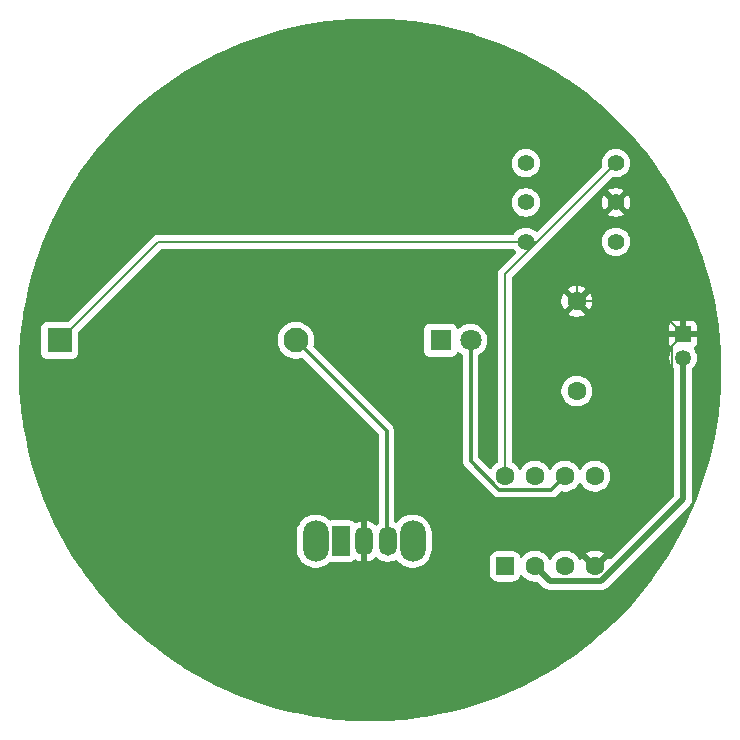
<source format=gbr>
%TF.GenerationSoftware,KiCad,Pcbnew,9.0.4*%
%TF.CreationDate,2025-08-28T14:40:31+05:30*%
%TF.ProjectId,new_1,6e65775f-312e-46b6-9963-61645f706362,rev?*%
%TF.SameCoordinates,Original*%
%TF.FileFunction,Copper,L1,Top*%
%TF.FilePolarity,Positive*%
%FSLAX46Y46*%
G04 Gerber Fmt 4.6, Leading zero omitted, Abs format (unit mm)*
G04 Created by KiCad (PCBNEW 9.0.4) date 2025-08-28 14:40:31*
%MOMM*%
%LPD*%
G01*
G04 APERTURE LIST*
G04 Aperture macros list*
%AMRoundRect*
0 Rectangle with rounded corners*
0 $1 Rounding radius*
0 $2 $3 $4 $5 $6 $7 $8 $9 X,Y pos of 4 corners*
0 Add a 4 corners polygon primitive as box body*
4,1,4,$2,$3,$4,$5,$6,$7,$8,$9,$2,$3,0*
0 Add four circle primitives for the rounded corners*
1,1,$1+$1,$2,$3*
1,1,$1+$1,$4,$5*
1,1,$1+$1,$6,$7*
1,1,$1+$1,$8,$9*
0 Add four rect primitives between the rounded corners*
20,1,$1+$1,$2,$3,$4,$5,0*
20,1,$1+$1,$4,$5,$6,$7,0*
20,1,$1+$1,$6,$7,$8,$9,0*
20,1,$1+$1,$8,$9,$2,$3,0*%
G04 Aperture macros list end*
%TA.AperFunction,ComponentPad*%
%ADD10C,1.400000*%
%TD*%
%TA.AperFunction,ComponentPad*%
%ADD11O,1.500000X2.500000*%
%TD*%
%TA.AperFunction,ComponentPad*%
%ADD12R,1.500000X2.500000*%
%TD*%
%TA.AperFunction,ComponentPad*%
%ADD13O,2.200000X3.500000*%
%TD*%
%TA.AperFunction,ComponentPad*%
%ADD14C,1.600000*%
%TD*%
%TA.AperFunction,ComponentPad*%
%ADD15R,2.100000X2.100000*%
%TD*%
%TA.AperFunction,ComponentPad*%
%ADD16C,2.100000*%
%TD*%
%TA.AperFunction,ComponentPad*%
%ADD17RoundRect,0.250000X0.550000X-0.550000X0.550000X0.550000X-0.550000X0.550000X-0.550000X-0.550000X0*%
%TD*%
%TA.AperFunction,ComponentPad*%
%ADD18R,1.800000X1.800000*%
%TD*%
%TA.AperFunction,ComponentPad*%
%ADD19C,1.800000*%
%TD*%
%TA.AperFunction,ComponentPad*%
%ADD20R,1.350000X1.350000*%
%TD*%
%TA.AperFunction,ComponentPad*%
%ADD21C,1.350000*%
%TD*%
%TA.AperFunction,Conductor*%
%ADD22C,0.200000*%
%TD*%
%TA.AperFunction,Conductor*%
%ADD23C,0.300000*%
%TD*%
%TA.AperFunction,Conductor*%
%ADD24C,0.500000*%
%TD*%
G04 APERTURE END LIST*
D10*
%TO.P,R1,2*%
%TO.N,+3.3V*%
X180310000Y-72500000D03*
%TO.P,R1,1*%
%TO.N,/LDR*%
X172690000Y-72500000D03*
%TD*%
D11*
%TO.P,SW2,3,C*%
%TO.N,Net-(BT2--)*%
X161000000Y-104500000D03*
%TO.P,SW2,2,B*%
%TO.N,GND*%
X159000000Y-104500000D03*
D12*
%TO.P,SW2,1,A*%
%TO.N,unconnected-(SW2-A-Pad1)*%
X157000000Y-104500000D03*
D13*
%TO.P,SW2,*%
%TO.N,*%
X163100000Y-104500000D03*
X154900000Y-104500000D03*
%TD*%
D14*
%TO.P,R4,1*%
%TO.N,/LDR*%
X177000000Y-91800000D03*
%TO.P,R4,2*%
%TO.N,GND*%
X177000000Y-84200000D03*
%TD*%
D15*
%TO.P,BT2,1,+*%
%TO.N,+3.3V*%
X133210914Y-87500000D03*
D16*
%TO.P,BT2,2,-*%
%TO.N,Net-(BT2--)*%
X153210914Y-87500000D03*
%TD*%
D10*
%TO.P,R3,1*%
%TO.N,+3.3V*%
X172690000Y-79150000D03*
%TO.P,R3,2*%
%TO.N,/MIC*%
X180310000Y-79150000D03*
%TD*%
D17*
%TO.P,U1,1,~{RESET}/PB5*%
%TO.N,unconnected-(U1-~{RESET}{slash}PB5-Pad1)*%
X170920000Y-106620000D03*
D14*
%TO.P,U1,2,XTAL1/PB3*%
%TO.N,/MIC*%
X173460000Y-106620000D03*
%TO.P,U1,3,XTAL2/PB4*%
%TO.N,unconnected-(U1-XTAL2{slash}PB4-Pad3)*%
X176000000Y-106620000D03*
%TO.P,U1,4,GND*%
%TO.N,GND*%
X178540000Y-106620000D03*
%TO.P,U1,5,AREF/PB0*%
%TO.N,unconnected-(U1-AREF{slash}PB0-Pad5)*%
X178540000Y-99000000D03*
%TO.P,U1,6,PB1*%
%TO.N,/<NO NET>*%
X176000000Y-99000000D03*
%TO.P,U1,7,PB2*%
%TO.N,/LDR*%
X173460000Y-99000000D03*
%TO.P,U1,8,VCC*%
%TO.N,+3.3V*%
X170920000Y-99000000D03*
%TD*%
D10*
%TO.P,R2,1*%
%TO.N,Net-(D2-K)*%
X172690000Y-75825000D03*
%TO.P,R2,2*%
%TO.N,GND*%
X180310000Y-75825000D03*
%TD*%
D18*
%TO.P,D2,1,K*%
%TO.N,Net-(D2-K)*%
X165460000Y-87500000D03*
D19*
%TO.P,D2,2,A*%
%TO.N,/<NO NET>*%
X168000000Y-87500000D03*
%TD*%
D20*
%TO.P,MK1,1,-*%
%TO.N,GND*%
X186000000Y-87000000D03*
D21*
%TO.P,MK1,2,+*%
%TO.N,/MIC*%
X186000000Y-89000000D03*
%TD*%
D22*
%TO.N,+3.3V*%
X141560914Y-79150000D02*
X172690000Y-79150000D01*
X133210914Y-87500000D02*
X141560914Y-79150000D01*
X173660000Y-79150000D02*
X180310000Y-72500000D01*
X170920000Y-81890000D02*
X170920000Y-99000000D01*
X172690000Y-79150000D02*
X173660000Y-79150000D01*
X180310000Y-72500000D02*
X170920000Y-81890000D01*
D23*
%TO.N,Net-(BT2--)*%
X160900000Y-104500000D02*
X160900000Y-95189086D01*
X160900000Y-95189086D02*
X153210914Y-87500000D01*
%TO.N,/<NO NET>*%
X176000000Y-99000000D02*
X174849000Y-100151000D01*
X174849000Y-100151000D02*
X170443240Y-100151000D01*
X170443240Y-100151000D02*
X168000000Y-97707760D01*
X168000000Y-97707760D02*
X168000000Y-87500000D01*
D24*
%TO.N,/MIC*%
X179058182Y-107871000D02*
X186000000Y-100929182D01*
X174711000Y-107871000D02*
X179058182Y-107871000D01*
X186000000Y-100929182D02*
X186000000Y-89000000D01*
X173460000Y-106620000D02*
X174711000Y-107871000D01*
D22*
%TO.N,GND*%
X185024000Y-100136000D02*
X178540000Y-106620000D01*
X185024000Y-87976000D02*
X185024000Y-100136000D01*
X177000000Y-84200000D02*
X177000000Y-79135000D01*
X177000000Y-84200000D02*
X183200000Y-84200000D01*
X186000000Y-87000000D02*
X185024000Y-87976000D01*
X177000000Y-79135000D02*
X180310000Y-75825000D01*
X183200000Y-84200000D02*
X186000000Y-87000000D01*
%TD*%
%TA.AperFunction,Conductor*%
%TO.N,GND*%
G36*
X160033210Y-60255317D02*
G01*
X161090114Y-60293065D01*
X161094527Y-60293301D01*
X162149441Y-60368751D01*
X162153747Y-60369136D01*
X163205352Y-60482195D01*
X163209708Y-60482742D01*
X164256533Y-60633253D01*
X164260876Y-60633956D01*
X165301696Y-60821741D01*
X165305996Y-60822597D01*
X166339417Y-61047404D01*
X166343700Y-61048416D01*
X167368455Y-61309969D01*
X167372672Y-61311126D01*
X168344521Y-61596487D01*
X168387442Y-61609090D01*
X168391669Y-61610413D01*
X169395124Y-61944395D01*
X169399226Y-61945841D01*
X170390202Y-62315457D01*
X170394282Y-62317062D01*
X170967752Y-62554601D01*
X171371375Y-62721788D01*
X171375433Y-62723555D01*
X172337399Y-63162870D01*
X172341393Y-63164780D01*
X173287130Y-63638182D01*
X173291052Y-63640234D01*
X174219248Y-64147067D01*
X174223094Y-64149257D01*
X175132636Y-64688913D01*
X175136377Y-64691224D01*
X176026064Y-65262991D01*
X176029744Y-65265450D01*
X176309375Y-65459601D01*
X176898489Y-65868630D01*
X176902015Y-65871172D01*
X177748699Y-66504992D01*
X177752167Y-66507686D01*
X178575649Y-67171290D01*
X178579046Y-67174129D01*
X179378305Y-67866691D01*
X179381598Y-67869649D01*
X180155639Y-68590306D01*
X180158824Y-68593380D01*
X180906619Y-69341175D01*
X180909693Y-69344360D01*
X181630350Y-70118401D01*
X181633308Y-70121694D01*
X182325870Y-70920953D01*
X182328709Y-70924350D01*
X182992313Y-71747832D01*
X182995013Y-71751308D01*
X183628819Y-72597974D01*
X183631383Y-72601529D01*
X184234549Y-73470255D01*
X184237008Y-73473935D01*
X184357218Y-73660986D01*
X184808759Y-74363596D01*
X184811086Y-74367363D01*
X185350742Y-75276905D01*
X185352932Y-75280751D01*
X185859765Y-76208947D01*
X185861817Y-76212869D01*
X186335219Y-77158606D01*
X186337129Y-77162600D01*
X186776444Y-78124566D01*
X186778211Y-78128624D01*
X187182929Y-79105698D01*
X187184550Y-79109817D01*
X187554145Y-80100737D01*
X187555615Y-80104908D01*
X187579530Y-80176759D01*
X187889586Y-81108333D01*
X187890909Y-81112557D01*
X188188866Y-82127301D01*
X188190037Y-82131570D01*
X188451580Y-83156287D01*
X188452598Y-83160595D01*
X188677398Y-84193983D01*
X188678262Y-84198324D01*
X188866040Y-85239110D01*
X188866748Y-85243480D01*
X189017254Y-86290273D01*
X189017806Y-86294665D01*
X189130858Y-87346201D01*
X189131252Y-87350610D01*
X189206697Y-88405468D01*
X189206934Y-88409888D01*
X189244682Y-89466789D01*
X189244761Y-89471215D01*
X189244761Y-90528784D01*
X189244682Y-90533210D01*
X189206934Y-91590111D01*
X189206697Y-91594531D01*
X189131252Y-92649389D01*
X189130858Y-92653798D01*
X189017806Y-93705334D01*
X189017254Y-93709726D01*
X188866748Y-94756519D01*
X188866040Y-94760889D01*
X188678262Y-95801675D01*
X188677398Y-95806016D01*
X188452598Y-96839404D01*
X188451580Y-96843712D01*
X188190037Y-97868429D01*
X188188866Y-97872698D01*
X187890909Y-98887442D01*
X187889586Y-98891666D01*
X187555617Y-99895087D01*
X187554145Y-99899262D01*
X187184550Y-100890182D01*
X187182929Y-100894301D01*
X186778211Y-101871375D01*
X186776444Y-101875433D01*
X186337129Y-102837399D01*
X186335219Y-102841393D01*
X185861817Y-103787130D01*
X185859765Y-103791052D01*
X185352932Y-104719248D01*
X185350742Y-104723094D01*
X184811086Y-105632636D01*
X184808759Y-105636403D01*
X184237008Y-106526064D01*
X184234549Y-106529744D01*
X183631383Y-107398470D01*
X183628800Y-107402052D01*
X183358815Y-107762710D01*
X182995028Y-108248672D01*
X182992313Y-108252167D01*
X182328709Y-109075649D01*
X182325870Y-109079046D01*
X181633308Y-109878305D01*
X181630350Y-109881598D01*
X180909693Y-110655639D01*
X180906619Y-110658824D01*
X180158824Y-111406619D01*
X180155639Y-111409693D01*
X179381598Y-112130350D01*
X179378305Y-112133308D01*
X178579046Y-112825870D01*
X178575649Y-112828709D01*
X177752167Y-113492313D01*
X177748672Y-113495028D01*
X176902061Y-114128794D01*
X176898470Y-114131383D01*
X176029744Y-114734549D01*
X176026064Y-114737008D01*
X175136403Y-115308759D01*
X175132636Y-115311086D01*
X174223094Y-115850742D01*
X174219248Y-115852932D01*
X173291052Y-116359765D01*
X173287130Y-116361817D01*
X172341393Y-116835219D01*
X172337399Y-116837129D01*
X171375433Y-117276444D01*
X171371375Y-117278211D01*
X170394301Y-117682929D01*
X170390182Y-117684550D01*
X169399262Y-118054145D01*
X169395087Y-118055617D01*
X168391666Y-118389586D01*
X168387442Y-118390909D01*
X167372698Y-118688866D01*
X167368429Y-118690037D01*
X166343712Y-118951580D01*
X166339404Y-118952598D01*
X165306016Y-119177398D01*
X165301675Y-119178262D01*
X164260889Y-119366040D01*
X164256519Y-119366748D01*
X163209726Y-119517254D01*
X163205334Y-119517806D01*
X162153798Y-119630858D01*
X162149389Y-119631252D01*
X161094531Y-119706697D01*
X161090111Y-119706934D01*
X160033211Y-119744682D01*
X160028785Y-119744761D01*
X158971215Y-119744761D01*
X158966789Y-119744682D01*
X157909888Y-119706934D01*
X157905468Y-119706697D01*
X156850610Y-119631252D01*
X156846201Y-119630858D01*
X155794665Y-119517806D01*
X155790273Y-119517254D01*
X154743480Y-119366748D01*
X154739110Y-119366040D01*
X153698324Y-119178262D01*
X153693983Y-119177398D01*
X152660595Y-118952598D01*
X152656287Y-118951580D01*
X151631570Y-118690037D01*
X151627301Y-118688866D01*
X150612557Y-118390909D01*
X150608333Y-118389586D01*
X149604912Y-118055617D01*
X149600737Y-118054145D01*
X148609817Y-117684550D01*
X148605698Y-117682929D01*
X147628624Y-117278211D01*
X147624566Y-117276444D01*
X146662600Y-116837129D01*
X146658606Y-116835219D01*
X145712869Y-116361817D01*
X145708947Y-116359765D01*
X144780751Y-115852932D01*
X144776905Y-115850742D01*
X143867363Y-115311086D01*
X143863596Y-115308759D01*
X143626488Y-115156379D01*
X142973935Y-114737008D01*
X142970255Y-114734549D01*
X142101529Y-114131383D01*
X142097974Y-114128819D01*
X141251308Y-113495013D01*
X141247832Y-113492313D01*
X140424350Y-112828709D01*
X140420953Y-112825870D01*
X139621694Y-112133308D01*
X139618401Y-112130350D01*
X138844360Y-111409693D01*
X138841175Y-111406619D01*
X138093380Y-110658824D01*
X138090306Y-110655639D01*
X137369649Y-109881598D01*
X137366691Y-109878305D01*
X136674129Y-109079046D01*
X136671290Y-109075649D01*
X136007686Y-108252167D01*
X136004992Y-108248699D01*
X135371172Y-107402015D01*
X135368630Y-107398489D01*
X134899180Y-106722352D01*
X134765450Y-106529744D01*
X134762991Y-106526064D01*
X134758366Y-106518867D01*
X134191224Y-105636377D01*
X134188913Y-105632636D01*
X133649257Y-104723094D01*
X133647067Y-104719248D01*
X133140234Y-103791052D01*
X133138184Y-103787133D01*
X133131947Y-103774674D01*
X133131946Y-103774671D01*
X133131945Y-103774670D01*
X132664780Y-102841392D01*
X132662870Y-102837399D01*
X132223555Y-101875433D01*
X132221788Y-101871375D01*
X131978769Y-101284677D01*
X131817062Y-100894282D01*
X131815449Y-100890182D01*
X131802426Y-100855265D01*
X131445841Y-99899226D01*
X131444395Y-99895124D01*
X131110413Y-98891666D01*
X131109090Y-98887442D01*
X130995554Y-98500776D01*
X130811126Y-97872672D01*
X130809969Y-97868455D01*
X130548416Y-96843700D01*
X130547401Y-96839404D01*
X130322597Y-95805996D01*
X130321737Y-95801675D01*
X130259827Y-95458532D01*
X130133956Y-94760876D01*
X130133251Y-94756519D01*
X129982745Y-93709726D01*
X129982193Y-93705334D01*
X129913724Y-93068477D01*
X129869136Y-92653747D01*
X129868751Y-92649441D01*
X129793301Y-91594527D01*
X129793065Y-91590111D01*
X129782731Y-91300776D01*
X129757517Y-90594780D01*
X129755318Y-90533210D01*
X129755239Y-90528784D01*
X129755239Y-89471215D01*
X129755318Y-89466789D01*
X129779406Y-88792328D01*
X129793065Y-88409882D01*
X129793302Y-88405468D01*
X129794844Y-88383904D01*
X129868752Y-87350553D01*
X129869135Y-87346257D01*
X129970639Y-86402135D01*
X131660414Y-86402135D01*
X131660414Y-88597870D01*
X131660415Y-88597876D01*
X131666822Y-88657483D01*
X131717116Y-88792328D01*
X131717120Y-88792335D01*
X131803366Y-88907544D01*
X131803369Y-88907547D01*
X131918578Y-88993793D01*
X131918585Y-88993797D01*
X132053431Y-89044091D01*
X132053430Y-89044091D01*
X132060358Y-89044835D01*
X132113041Y-89050500D01*
X134308786Y-89050499D01*
X134368397Y-89044091D01*
X134503245Y-88993796D01*
X134618460Y-88907546D01*
X134704710Y-88792331D01*
X134755005Y-88657483D01*
X134761414Y-88597873D01*
X134761413Y-87377973D01*
X151660414Y-87377973D01*
X151660414Y-87622026D01*
X151697067Y-87853445D01*
X151698593Y-87863076D01*
X151774010Y-88095185D01*
X151844752Y-88234025D01*
X151884810Y-88312642D01*
X152028253Y-88510076D01*
X152028257Y-88510081D01*
X152200832Y-88682656D01*
X152200837Y-88682660D01*
X152351793Y-88792335D01*
X152398275Y-88826106D01*
X152615729Y-88936904D01*
X152847838Y-89012321D01*
X153088887Y-89050500D01*
X153088888Y-89050500D01*
X153332940Y-89050500D01*
X153332941Y-89050500D01*
X153573990Y-89012321D01*
X153674789Y-88979568D01*
X153744629Y-88977574D01*
X153800787Y-89009819D01*
X160213181Y-95422213D01*
X160246666Y-95483536D01*
X160249500Y-95509894D01*
X160249500Y-102936385D01*
X160240466Y-102967150D01*
X160232921Y-102998327D01*
X160230532Y-103000981D01*
X160229815Y-103003424D01*
X160211118Y-103026082D01*
X160205104Y-103031822D01*
X160185354Y-103046172D01*
X160086340Y-103145185D01*
X160085263Y-103146214D01*
X160055451Y-103161602D01*
X160026002Y-103177683D01*
X160024508Y-103177576D01*
X160023178Y-103178263D01*
X159989800Y-103175094D01*
X159956311Y-103172699D01*
X159954878Y-103171778D01*
X159953621Y-103171659D01*
X159948799Y-103167871D01*
X159911964Y-103144198D01*
X159814321Y-103046555D01*
X159655143Y-102930904D01*
X159479835Y-102841581D01*
X159292705Y-102780778D01*
X159250000Y-102774014D01*
X159250000Y-104184314D01*
X159245606Y-104179920D01*
X159154394Y-104127259D01*
X159052661Y-104100000D01*
X158947339Y-104100000D01*
X158845606Y-104127259D01*
X158754394Y-104179920D01*
X158750000Y-104184314D01*
X158750000Y-102774014D01*
X158749999Y-102774014D01*
X158707294Y-102780778D01*
X158520164Y-102841581D01*
X158344855Y-102930905D01*
X158344848Y-102930910D01*
X158308684Y-102957184D01*
X158242877Y-102980663D01*
X158174824Y-102964837D01*
X158136534Y-102931177D01*
X158109267Y-102894753D01*
X158107546Y-102892454D01*
X158107544Y-102892453D01*
X158107544Y-102892452D01*
X157992335Y-102806206D01*
X157992328Y-102806202D01*
X157857482Y-102755908D01*
X157857483Y-102755908D01*
X157797883Y-102749501D01*
X157797881Y-102749500D01*
X157797873Y-102749500D01*
X157797864Y-102749500D01*
X156202129Y-102749500D01*
X156202123Y-102749501D01*
X156135443Y-102756669D01*
X156066683Y-102744262D01*
X156034509Y-102721060D01*
X155942654Y-102629205D01*
X155942649Y-102629201D01*
X155738848Y-102481132D01*
X155738847Y-102481131D01*
X155738845Y-102481130D01*
X155668747Y-102445413D01*
X155514383Y-102366760D01*
X155274785Y-102288910D01*
X155025962Y-102249500D01*
X154774038Y-102249500D01*
X154649626Y-102269205D01*
X154525214Y-102288910D01*
X154285616Y-102366760D01*
X154061151Y-102481132D01*
X153857350Y-102629201D01*
X153857345Y-102629205D01*
X153679205Y-102807345D01*
X153679201Y-102807350D01*
X153531132Y-103011151D01*
X153416760Y-103235616D01*
X153338910Y-103475214D01*
X153299500Y-103724038D01*
X153299500Y-105275961D01*
X153338910Y-105524785D01*
X153416760Y-105764383D01*
X153468767Y-105866451D01*
X153530851Y-105988298D01*
X153531132Y-105988848D01*
X153679201Y-106192649D01*
X153679205Y-106192654D01*
X153857345Y-106370794D01*
X153857350Y-106370798D01*
X153862300Y-106374394D01*
X154061155Y-106518870D01*
X154204184Y-106591747D01*
X154285616Y-106633239D01*
X154285618Y-106633239D01*
X154285621Y-106633241D01*
X154525215Y-106711090D01*
X154774038Y-106750500D01*
X154774039Y-106750500D01*
X155025961Y-106750500D01*
X155025962Y-106750500D01*
X155274785Y-106711090D01*
X155514379Y-106633241D01*
X155738845Y-106518870D01*
X155942656Y-106370793D01*
X156034511Y-106278937D01*
X156095831Y-106245454D01*
X156135445Y-106243330D01*
X156142514Y-106244089D01*
X156142517Y-106244091D01*
X156202127Y-106250500D01*
X157797872Y-106250499D01*
X157857483Y-106244091D01*
X157992331Y-106193796D01*
X158107546Y-106107546D01*
X158136535Y-106068821D01*
X158192467Y-106026952D01*
X158262158Y-106021968D01*
X158308686Y-106042816D01*
X158344856Y-106069095D01*
X158520162Y-106158418D01*
X158707283Y-106219218D01*
X158750000Y-106225984D01*
X158750000Y-104815686D01*
X158754394Y-104820080D01*
X158845606Y-104872741D01*
X158947339Y-104900000D01*
X159052661Y-104900000D01*
X159154394Y-104872741D01*
X159245606Y-104820080D01*
X159250000Y-104815686D01*
X159250000Y-106225983D01*
X159292716Y-106219218D01*
X159479837Y-106158418D01*
X159655143Y-106069095D01*
X159814321Y-105953444D01*
X159814322Y-105953443D01*
X159911965Y-105855801D01*
X159973288Y-105822316D01*
X160042980Y-105827300D01*
X160087327Y-105855801D01*
X160185354Y-105953828D01*
X160344595Y-106069524D01*
X160369917Y-106082426D01*
X160519970Y-106158882D01*
X160519972Y-106158882D01*
X160519975Y-106158884D01*
X160620317Y-106191487D01*
X160707173Y-106219709D01*
X160901578Y-106250500D01*
X160901583Y-106250500D01*
X161098422Y-106250500D01*
X161292826Y-106219709D01*
X161372574Y-106193797D01*
X161480025Y-106158884D01*
X161655405Y-106069524D01*
X161655409Y-106069520D01*
X161659087Y-106067647D01*
X161727756Y-106054751D01*
X161792497Y-106081027D01*
X161815699Y-106105245D01*
X161879207Y-106192656D01*
X161879209Y-106192658D01*
X162057345Y-106370794D01*
X162057350Y-106370798D01*
X162062300Y-106374394D01*
X162261155Y-106518870D01*
X162404184Y-106591747D01*
X162485616Y-106633239D01*
X162485618Y-106633239D01*
X162485621Y-106633241D01*
X162725215Y-106711090D01*
X162974038Y-106750500D01*
X162974039Y-106750500D01*
X163225961Y-106750500D01*
X163225962Y-106750500D01*
X163474785Y-106711090D01*
X163714379Y-106633241D01*
X163938845Y-106518870D01*
X164142656Y-106370793D01*
X164320793Y-106192656D01*
X164446247Y-106019983D01*
X169619500Y-106019983D01*
X169619500Y-107220001D01*
X169619501Y-107220018D01*
X169630000Y-107322796D01*
X169630001Y-107322799D01*
X169658045Y-107407429D01*
X169685186Y-107489334D01*
X169777288Y-107638656D01*
X169901344Y-107762712D01*
X170050666Y-107854814D01*
X170217203Y-107909999D01*
X170319991Y-107920500D01*
X171520008Y-107920499D01*
X171622797Y-107909999D01*
X171789334Y-107854814D01*
X171938656Y-107762712D01*
X172062712Y-107638656D01*
X172154814Y-107489334D01*
X172181955Y-107407427D01*
X172221726Y-107349984D01*
X172286242Y-107323161D01*
X172355018Y-107335476D01*
X172399977Y-107373547D01*
X172468034Y-107467219D01*
X172612786Y-107611971D01*
X172767749Y-107724556D01*
X172778390Y-107732287D01*
X172894607Y-107791503D01*
X172960776Y-107825218D01*
X172960778Y-107825218D01*
X172960781Y-107825220D01*
X173051856Y-107854812D01*
X173155465Y-107888477D01*
X173239564Y-107901797D01*
X173357648Y-107920500D01*
X173357649Y-107920500D01*
X173562350Y-107920500D01*
X173562352Y-107920500D01*
X173618027Y-107911681D01*
X173687319Y-107920635D01*
X173725106Y-107946473D01*
X174232580Y-108453948D01*
X174232584Y-108453951D01*
X174355498Y-108536080D01*
X174355511Y-108536087D01*
X174415085Y-108560763D01*
X174492087Y-108592658D01*
X174492091Y-108592658D01*
X174492092Y-108592659D01*
X174637079Y-108621500D01*
X174637082Y-108621500D01*
X179132102Y-108621500D01*
X179229644Y-108602096D01*
X179277095Y-108592658D01*
X179413677Y-108536084D01*
X179462911Y-108503186D01*
X179536598Y-108453952D01*
X186582951Y-101407598D01*
X186665084Y-101284677D01*
X186721658Y-101148095D01*
X186750500Y-101003100D01*
X186750500Y-100855265D01*
X186750500Y-89963270D01*
X186770185Y-89896231D01*
X186786819Y-89875589D01*
X186896621Y-89765787D01*
X187005378Y-89616096D01*
X187089379Y-89451235D01*
X187146555Y-89275264D01*
X187175500Y-89092514D01*
X187175500Y-88907486D01*
X187146555Y-88724736D01*
X187095708Y-88568243D01*
X187089380Y-88548767D01*
X187089379Y-88548764D01*
X187037970Y-88447870D01*
X187005378Y-88383904D01*
X186921159Y-88267987D01*
X186897680Y-88202183D01*
X186913505Y-88134129D01*
X186947167Y-88095836D01*
X187032190Y-88032186D01*
X187118350Y-87917093D01*
X187118354Y-87917086D01*
X187168596Y-87782379D01*
X187168598Y-87782372D01*
X187174999Y-87722844D01*
X187175000Y-87722827D01*
X187175000Y-87250000D01*
X186315686Y-87250000D01*
X186320080Y-87245606D01*
X186372741Y-87154394D01*
X186400000Y-87052661D01*
X186400000Y-86947339D01*
X186372741Y-86845606D01*
X186320080Y-86754394D01*
X186315686Y-86750000D01*
X187175000Y-86750000D01*
X187175000Y-86277172D01*
X187174999Y-86277155D01*
X187168598Y-86217627D01*
X187168596Y-86217620D01*
X187118354Y-86082913D01*
X187118350Y-86082906D01*
X187032190Y-85967812D01*
X187032187Y-85967809D01*
X186917093Y-85881649D01*
X186917086Y-85881645D01*
X186782379Y-85831403D01*
X186782372Y-85831401D01*
X186722844Y-85825000D01*
X186250000Y-85825000D01*
X186250000Y-86684314D01*
X186245606Y-86679920D01*
X186154394Y-86627259D01*
X186052661Y-86600000D01*
X185947339Y-86600000D01*
X185845606Y-86627259D01*
X185754394Y-86679920D01*
X185750000Y-86684314D01*
X185750000Y-85825000D01*
X185277155Y-85825000D01*
X185217627Y-85831401D01*
X185217620Y-85831403D01*
X185082913Y-85881645D01*
X185082906Y-85881649D01*
X184967812Y-85967809D01*
X184967809Y-85967812D01*
X184881649Y-86082906D01*
X184881645Y-86082913D01*
X184831403Y-86217620D01*
X184831401Y-86217627D01*
X184825000Y-86277155D01*
X184825000Y-86750000D01*
X185684314Y-86750000D01*
X185679920Y-86754394D01*
X185627259Y-86845606D01*
X185600000Y-86947339D01*
X185600000Y-87052661D01*
X185627259Y-87154394D01*
X185679920Y-87245606D01*
X185684314Y-87250000D01*
X184825000Y-87250000D01*
X184825000Y-87722844D01*
X184831401Y-87782372D01*
X184831403Y-87782379D01*
X184881645Y-87917086D01*
X184881649Y-87917093D01*
X184967809Y-88032186D01*
X185052832Y-88095835D01*
X185094703Y-88151769D01*
X185099687Y-88221461D01*
X185078839Y-88267987D01*
X184994624Y-88383900D01*
X184910620Y-88548764D01*
X184910619Y-88548767D01*
X184853445Y-88724734D01*
X184824500Y-88907486D01*
X184824500Y-89092513D01*
X184853445Y-89275265D01*
X184910619Y-89451232D01*
X184910620Y-89451235D01*
X184994622Y-89616096D01*
X185103379Y-89765787D01*
X185103381Y-89765789D01*
X185213181Y-89875589D01*
X185246666Y-89936912D01*
X185249500Y-89963270D01*
X185249500Y-100566951D01*
X185229815Y-100633990D01*
X185213181Y-100654632D01*
X179866143Y-106001669D01*
X179804820Y-106035154D01*
X179735128Y-106030170D01*
X179679195Y-105988298D01*
X179667977Y-105970282D01*
X179651861Y-105938652D01*
X179619474Y-105894077D01*
X179619474Y-105894076D01*
X178940000Y-106573551D01*
X178940000Y-106567339D01*
X178912741Y-106465606D01*
X178860080Y-106374394D01*
X178785606Y-106299920D01*
X178694394Y-106247259D01*
X178592661Y-106220000D01*
X178586446Y-106220000D01*
X179265922Y-105540524D01*
X179265921Y-105540523D01*
X179221359Y-105508147D01*
X179221350Y-105508141D01*
X179039031Y-105415244D01*
X178844417Y-105352009D01*
X178642317Y-105320000D01*
X178437683Y-105320000D01*
X178235582Y-105352009D01*
X178040968Y-105415244D01*
X177858644Y-105508143D01*
X177814077Y-105540523D01*
X177814077Y-105540524D01*
X178493554Y-106220000D01*
X178487339Y-106220000D01*
X178385606Y-106247259D01*
X178294394Y-106299920D01*
X178219920Y-106374394D01*
X178167259Y-106465606D01*
X178140000Y-106567339D01*
X178140000Y-106573553D01*
X177460524Y-105894077D01*
X177460523Y-105894077D01*
X177428143Y-105938644D01*
X177380765Y-106031630D01*
X177332790Y-106082426D01*
X177264969Y-106099221D01*
X177198834Y-106076683D01*
X177159795Y-106031630D01*
X177159051Y-106030170D01*
X177112287Y-105938390D01*
X177112285Y-105938387D01*
X177112284Y-105938385D01*
X176991971Y-105772786D01*
X176847213Y-105628028D01*
X176681613Y-105507715D01*
X176681612Y-105507714D01*
X176681610Y-105507713D01*
X176621898Y-105477288D01*
X176499223Y-105414781D01*
X176304534Y-105351522D01*
X176129995Y-105323878D01*
X176102352Y-105319500D01*
X175897648Y-105319500D01*
X175873329Y-105323351D01*
X175695465Y-105351522D01*
X175500776Y-105414781D01*
X175318386Y-105507715D01*
X175152786Y-105628028D01*
X175008028Y-105772786D01*
X174887715Y-105938386D01*
X174840485Y-106031080D01*
X174792510Y-106081876D01*
X174724689Y-106098671D01*
X174658554Y-106076134D01*
X174619515Y-106031080D01*
X174613861Y-106019983D01*
X174572287Y-105938390D01*
X174540092Y-105894077D01*
X174451971Y-105772786D01*
X174307213Y-105628028D01*
X174141613Y-105507715D01*
X174141612Y-105507714D01*
X174141610Y-105507713D01*
X174081898Y-105477288D01*
X173959223Y-105414781D01*
X173764534Y-105351522D01*
X173589995Y-105323878D01*
X173562352Y-105319500D01*
X173357648Y-105319500D01*
X173333329Y-105323351D01*
X173155465Y-105351522D01*
X172960776Y-105414781D01*
X172778386Y-105507715D01*
X172612786Y-105628028D01*
X172468032Y-105772782D01*
X172468028Y-105772787D01*
X172399978Y-105866451D01*
X172344648Y-105909117D01*
X172275035Y-105915096D01*
X172213240Y-105882490D01*
X172181954Y-105832570D01*
X172180208Y-105827300D01*
X172154814Y-105750666D01*
X172062712Y-105601344D01*
X171938656Y-105477288D01*
X171789334Y-105385186D01*
X171622797Y-105330001D01*
X171622795Y-105330000D01*
X171520010Y-105319500D01*
X170319998Y-105319500D01*
X170319981Y-105319501D01*
X170217203Y-105330000D01*
X170217200Y-105330001D01*
X170050668Y-105385185D01*
X170050663Y-105385187D01*
X169901342Y-105477289D01*
X169777289Y-105601342D01*
X169685187Y-105750663D01*
X169685185Y-105750668D01*
X169677858Y-105772781D01*
X169630001Y-105917203D01*
X169630001Y-105917204D01*
X169630000Y-105917204D01*
X169619500Y-106019983D01*
X164446247Y-106019983D01*
X164468870Y-105988845D01*
X164583241Y-105764379D01*
X164661090Y-105524785D01*
X164700500Y-105275962D01*
X164700500Y-103724038D01*
X164661090Y-103475215D01*
X164583241Y-103235621D01*
X164583239Y-103235618D01*
X164583239Y-103235616D01*
X164492605Y-103057738D01*
X164468870Y-103011155D01*
X164410565Y-102930905D01*
X164320798Y-102807350D01*
X164320794Y-102807345D01*
X164142654Y-102629205D01*
X164142649Y-102629201D01*
X163938848Y-102481132D01*
X163938847Y-102481131D01*
X163938845Y-102481130D01*
X163868747Y-102445413D01*
X163714383Y-102366760D01*
X163474785Y-102288910D01*
X163225962Y-102249500D01*
X162974038Y-102249500D01*
X162849626Y-102269205D01*
X162725214Y-102288910D01*
X162485616Y-102366760D01*
X162261151Y-102481132D01*
X162057350Y-102629201D01*
X162057345Y-102629205D01*
X161879209Y-102807341D01*
X161879202Y-102807350D01*
X161815699Y-102894753D01*
X161788708Y-102915565D01*
X161762014Y-102936764D01*
X161761099Y-102936855D01*
X161760369Y-102937419D01*
X161726366Y-102940338D01*
X161692493Y-102943736D01*
X161691348Y-102943346D01*
X161690756Y-102943397D01*
X161659086Y-102932351D01*
X161618204Y-102911520D01*
X161567408Y-102863545D01*
X161550500Y-102801036D01*
X161550500Y-95125014D01*
X161525502Y-94999347D01*
X161525501Y-94999346D01*
X161525501Y-94999342D01*
X161476465Y-94880959D01*
X161405277Y-94774417D01*
X161405275Y-94774415D01*
X161405273Y-94774412D01*
X161405272Y-94774411D01*
X154720733Y-88089873D01*
X154687248Y-88028550D01*
X154690482Y-87963875D01*
X154723235Y-87863076D01*
X154761414Y-87622027D01*
X154761414Y-87377973D01*
X154723235Y-87136924D01*
X154647818Y-86904815D01*
X154537020Y-86687361D01*
X154518693Y-86662136D01*
X154393574Y-86489923D01*
X154393570Y-86489918D01*
X154220995Y-86317343D01*
X154220990Y-86317339D01*
X154023556Y-86173896D01*
X154023555Y-86173895D01*
X154023553Y-86173894D01*
X153806099Y-86063096D01*
X153573990Y-85987679D01*
X153573988Y-85987678D01*
X153573986Y-85987678D01*
X153373405Y-85955909D01*
X153332941Y-85949500D01*
X153088887Y-85949500D01*
X153048429Y-85955908D01*
X152847841Y-85987678D01*
X152615726Y-86063097D01*
X152398271Y-86173896D01*
X152200837Y-86317339D01*
X152200832Y-86317343D01*
X152028257Y-86489918D01*
X152028253Y-86489923D01*
X151884810Y-86687357D01*
X151774011Y-86904812D01*
X151698592Y-87136927D01*
X151660414Y-87377973D01*
X134761413Y-87377973D01*
X134761413Y-86850095D01*
X134781098Y-86783057D01*
X134797727Y-86762420D01*
X141773330Y-79786819D01*
X141834653Y-79753334D01*
X141861011Y-79750500D01*
X171579208Y-79750500D01*
X171581806Y-79751262D01*
X171584435Y-79750610D01*
X171615149Y-79761053D01*
X171646247Y-79770185D01*
X171648804Y-79772497D01*
X171650586Y-79773103D01*
X171662975Y-79785309D01*
X171676261Y-79797320D01*
X171677936Y-79799427D01*
X171774310Y-79932073D01*
X171818806Y-79976569D01*
X171823191Y-79982083D01*
X171833804Y-80008183D01*
X171847304Y-80032905D01*
X171846788Y-80040111D01*
X171849511Y-80046806D01*
X171844329Y-80074499D01*
X171842320Y-80102597D01*
X171837738Y-80109725D01*
X171836661Y-80115484D01*
X171828427Y-80124213D01*
X171813819Y-80146944D01*
X170551286Y-81409478D01*
X170439481Y-81521282D01*
X170439479Y-81521285D01*
X170389361Y-81608094D01*
X170389359Y-81608096D01*
X170360425Y-81658209D01*
X170360424Y-81658210D01*
X170360423Y-81658215D01*
X170319499Y-81810943D01*
X170319499Y-81810945D01*
X170319499Y-81979046D01*
X170319500Y-81979059D01*
X170319500Y-97770397D01*
X170299815Y-97837436D01*
X170251800Y-97880879D01*
X170238389Y-97887712D01*
X170072786Y-98008028D01*
X169928028Y-98152786D01*
X169807713Y-98318388D01*
X169791650Y-98349914D01*
X169743676Y-98400709D01*
X169675854Y-98417504D01*
X169609720Y-98394966D01*
X169593485Y-98381299D01*
X168686819Y-97474633D01*
X168653334Y-97413310D01*
X168650500Y-97386952D01*
X168650500Y-88816359D01*
X168670185Y-88749320D01*
X168718205Y-88705874D01*
X168734022Y-88697815D01*
X168912365Y-88568242D01*
X169068242Y-88412365D01*
X169197815Y-88234022D01*
X169297895Y-88037606D01*
X169366015Y-87827951D01*
X169400500Y-87610222D01*
X169400500Y-87389778D01*
X169366015Y-87172049D01*
X169297895Y-86962394D01*
X169297895Y-86962393D01*
X169263237Y-86894375D01*
X169197815Y-86765978D01*
X169135291Y-86679920D01*
X169068247Y-86587641D01*
X169068243Y-86587636D01*
X168912363Y-86431756D01*
X168912358Y-86431752D01*
X168734025Y-86302187D01*
X168734024Y-86302186D01*
X168734022Y-86302185D01*
X168616791Y-86242452D01*
X168537606Y-86202104D01*
X168537603Y-86202103D01*
X168327952Y-86133985D01*
X168219086Y-86116742D01*
X168110222Y-86099500D01*
X167889778Y-86099500D01*
X167817201Y-86110995D01*
X167672047Y-86133985D01*
X167462396Y-86202103D01*
X167462393Y-86202104D01*
X167265974Y-86302187D01*
X167087641Y-86431752D01*
X167087636Y-86431756D01*
X167037463Y-86481929D01*
X166976140Y-86515413D01*
X166906448Y-86510428D01*
X166850515Y-86468557D01*
X166833601Y-86437580D01*
X166803797Y-86357671D01*
X166803793Y-86357664D01*
X166717547Y-86242455D01*
X166717544Y-86242452D01*
X166602335Y-86156206D01*
X166602328Y-86156202D01*
X166467482Y-86105908D01*
X166467483Y-86105908D01*
X166407883Y-86099501D01*
X166407881Y-86099500D01*
X166407873Y-86099500D01*
X166407864Y-86099500D01*
X164512129Y-86099500D01*
X164512123Y-86099501D01*
X164452516Y-86105908D01*
X164317671Y-86156202D01*
X164317664Y-86156206D01*
X164202455Y-86242452D01*
X164202452Y-86242455D01*
X164116206Y-86357664D01*
X164116202Y-86357671D01*
X164065908Y-86492517D01*
X164059501Y-86552116D01*
X164059500Y-86552135D01*
X164059500Y-88447870D01*
X164059501Y-88447876D01*
X164065908Y-88507483D01*
X164116202Y-88642328D01*
X164116206Y-88642335D01*
X164202452Y-88757544D01*
X164202455Y-88757547D01*
X164317664Y-88843793D01*
X164317671Y-88843797D01*
X164452517Y-88894091D01*
X164452516Y-88894091D01*
X164459444Y-88894835D01*
X164512127Y-88900500D01*
X166407872Y-88900499D01*
X166467483Y-88894091D01*
X166602331Y-88843796D01*
X166717546Y-88757546D01*
X166803796Y-88642331D01*
X166831429Y-88568243D01*
X166833601Y-88562420D01*
X166875471Y-88506486D01*
X166940936Y-88482068D01*
X167009209Y-88496919D01*
X167037464Y-88518071D01*
X167087636Y-88568243D01*
X167087641Y-88568247D01*
X167265973Y-88697812D01*
X167265975Y-88697813D01*
X167265978Y-88697815D01*
X167281795Y-88705874D01*
X167332591Y-88753848D01*
X167349500Y-88816359D01*
X167349500Y-97771831D01*
X167368716Y-97868429D01*
X167369143Y-97870578D01*
X167372552Y-97887715D01*
X167374499Y-97897504D01*
X167423534Y-98015885D01*
X167494726Y-98122433D01*
X167494727Y-98122434D01*
X169937964Y-100565669D01*
X169990609Y-100618314D01*
X170028572Y-100656277D01*
X170135106Y-100727461D01*
X170135112Y-100727464D01*
X170135113Y-100727465D01*
X170253496Y-100776501D01*
X170253500Y-100776501D01*
X170253501Y-100776502D01*
X170379168Y-100801500D01*
X170379171Y-100801500D01*
X174913071Y-100801500D01*
X174997615Y-100784682D01*
X175038744Y-100776501D01*
X175157127Y-100727465D01*
X175263669Y-100656277D01*
X175612808Y-100307136D01*
X175674131Y-100273652D01*
X175719887Y-100272345D01*
X175897648Y-100300500D01*
X175897649Y-100300500D01*
X176102351Y-100300500D01*
X176102352Y-100300500D01*
X176304534Y-100268477D01*
X176499219Y-100205220D01*
X176681610Y-100112287D01*
X176774590Y-100044732D01*
X176847213Y-99991971D01*
X176847215Y-99991968D01*
X176847219Y-99991966D01*
X176991966Y-99847219D01*
X176991968Y-99847215D01*
X176991971Y-99847213D01*
X177112284Y-99681614D01*
X177112285Y-99681613D01*
X177112287Y-99681610D01*
X177159516Y-99588917D01*
X177207489Y-99538123D01*
X177275310Y-99521328D01*
X177341445Y-99543865D01*
X177380485Y-99588919D01*
X177427715Y-99681614D01*
X177548028Y-99847213D01*
X177692786Y-99991971D01*
X177793976Y-100065488D01*
X177858390Y-100112287D01*
X177974607Y-100171503D01*
X178040776Y-100205218D01*
X178040778Y-100205218D01*
X178040781Y-100205220D01*
X178145137Y-100239127D01*
X178235465Y-100268477D01*
X178336557Y-100284488D01*
X178437648Y-100300500D01*
X178437649Y-100300500D01*
X178642351Y-100300500D01*
X178642352Y-100300500D01*
X178844534Y-100268477D01*
X179039219Y-100205220D01*
X179221610Y-100112287D01*
X179314590Y-100044732D01*
X179387213Y-99991971D01*
X179387215Y-99991968D01*
X179387219Y-99991966D01*
X179531966Y-99847219D01*
X179531968Y-99847215D01*
X179531971Y-99847213D01*
X179584732Y-99774590D01*
X179652287Y-99681610D01*
X179745220Y-99499219D01*
X179808477Y-99304534D01*
X179840500Y-99102352D01*
X179840500Y-98897648D01*
X179808477Y-98695466D01*
X179745220Y-98500781D01*
X179745218Y-98500778D01*
X179745218Y-98500776D01*
X179699515Y-98411080D01*
X179652287Y-98318390D01*
X179644556Y-98307749D01*
X179531971Y-98152786D01*
X179387213Y-98008028D01*
X179221613Y-97887715D01*
X179221612Y-97887714D01*
X179221610Y-97887713D01*
X179164653Y-97858691D01*
X179039223Y-97794781D01*
X178844534Y-97731522D01*
X178669995Y-97703878D01*
X178642352Y-97699500D01*
X178437648Y-97699500D01*
X178413329Y-97703351D01*
X178235465Y-97731522D01*
X178040776Y-97794781D01*
X177858386Y-97887715D01*
X177692786Y-98008028D01*
X177548028Y-98152786D01*
X177427715Y-98318386D01*
X177380485Y-98411080D01*
X177332510Y-98461876D01*
X177264689Y-98478671D01*
X177198554Y-98456134D01*
X177159515Y-98411080D01*
X177151304Y-98394966D01*
X177112287Y-98318390D01*
X177104556Y-98307749D01*
X176991971Y-98152786D01*
X176847213Y-98008028D01*
X176681613Y-97887715D01*
X176681612Y-97887714D01*
X176681610Y-97887713D01*
X176624653Y-97858691D01*
X176499223Y-97794781D01*
X176304534Y-97731522D01*
X176129995Y-97703878D01*
X176102352Y-97699500D01*
X175897648Y-97699500D01*
X175873329Y-97703351D01*
X175695465Y-97731522D01*
X175500776Y-97794781D01*
X175318386Y-97887715D01*
X175152786Y-98008028D01*
X175008028Y-98152786D01*
X174887715Y-98318386D01*
X174840485Y-98411080D01*
X174792510Y-98461876D01*
X174724689Y-98478671D01*
X174658554Y-98456134D01*
X174619515Y-98411080D01*
X174611304Y-98394966D01*
X174572287Y-98318390D01*
X174564556Y-98307749D01*
X174451971Y-98152786D01*
X174307213Y-98008028D01*
X174141613Y-97887715D01*
X174141612Y-97887714D01*
X174141610Y-97887713D01*
X174084653Y-97858691D01*
X173959223Y-97794781D01*
X173764534Y-97731522D01*
X173589995Y-97703878D01*
X173562352Y-97699500D01*
X173357648Y-97699500D01*
X173333329Y-97703351D01*
X173155465Y-97731522D01*
X172960776Y-97794781D01*
X172778386Y-97887715D01*
X172612786Y-98008028D01*
X172468028Y-98152786D01*
X172347715Y-98318386D01*
X172300485Y-98411080D01*
X172252510Y-98461876D01*
X172184689Y-98478671D01*
X172118554Y-98456134D01*
X172079515Y-98411080D01*
X172071304Y-98394966D01*
X172032287Y-98318390D01*
X172024556Y-98307749D01*
X171911971Y-98152786D01*
X171767213Y-98008028D01*
X171601610Y-97887712D01*
X171588200Y-97880879D01*
X171537406Y-97832903D01*
X171520500Y-97770397D01*
X171520500Y-91697648D01*
X175699500Y-91697648D01*
X175699500Y-91902351D01*
X175731522Y-92104534D01*
X175794781Y-92299223D01*
X175887715Y-92481613D01*
X176008028Y-92647213D01*
X176152786Y-92791971D01*
X176307749Y-92904556D01*
X176318390Y-92912287D01*
X176434607Y-92971503D01*
X176500776Y-93005218D01*
X176500778Y-93005218D01*
X176500781Y-93005220D01*
X176605137Y-93039127D01*
X176695465Y-93068477D01*
X176796557Y-93084488D01*
X176897648Y-93100500D01*
X176897649Y-93100500D01*
X177102351Y-93100500D01*
X177102352Y-93100500D01*
X177304534Y-93068477D01*
X177499219Y-93005220D01*
X177681610Y-92912287D01*
X177774590Y-92844732D01*
X177847213Y-92791971D01*
X177847215Y-92791968D01*
X177847219Y-92791966D01*
X177991966Y-92647219D01*
X177991968Y-92647215D01*
X177991971Y-92647213D01*
X178044732Y-92574590D01*
X178112287Y-92481610D01*
X178205220Y-92299219D01*
X178268477Y-92104534D01*
X178300500Y-91902352D01*
X178300500Y-91697648D01*
X178268477Y-91495466D01*
X178205220Y-91300781D01*
X178205218Y-91300778D01*
X178205218Y-91300776D01*
X178171503Y-91234607D01*
X178112287Y-91118390D01*
X178104556Y-91107749D01*
X177991971Y-90952786D01*
X177847213Y-90808028D01*
X177681613Y-90687715D01*
X177681612Y-90687714D01*
X177681610Y-90687713D01*
X177624653Y-90658691D01*
X177499223Y-90594781D01*
X177304534Y-90531522D01*
X177129995Y-90503878D01*
X177102352Y-90499500D01*
X176897648Y-90499500D01*
X176873329Y-90503351D01*
X176695465Y-90531522D01*
X176500776Y-90594781D01*
X176318386Y-90687715D01*
X176152786Y-90808028D01*
X176008028Y-90952786D01*
X175887715Y-91118386D01*
X175794781Y-91300776D01*
X175731522Y-91495465D01*
X175699500Y-91697648D01*
X171520500Y-91697648D01*
X171520500Y-84097682D01*
X175700000Y-84097682D01*
X175700000Y-84302317D01*
X175732009Y-84504417D01*
X175795244Y-84699031D01*
X175888141Y-84881350D01*
X175888147Y-84881359D01*
X175920523Y-84925921D01*
X175920524Y-84925922D01*
X176600000Y-84246446D01*
X176600000Y-84252661D01*
X176627259Y-84354394D01*
X176679920Y-84445606D01*
X176754394Y-84520080D01*
X176845606Y-84572741D01*
X176947339Y-84600000D01*
X176953553Y-84600000D01*
X176274076Y-85279474D01*
X176318650Y-85311859D01*
X176500968Y-85404755D01*
X176695582Y-85467990D01*
X176897683Y-85500000D01*
X177102317Y-85500000D01*
X177304417Y-85467990D01*
X177499031Y-85404755D01*
X177681349Y-85311859D01*
X177725921Y-85279474D01*
X177046447Y-84600000D01*
X177052661Y-84600000D01*
X177154394Y-84572741D01*
X177245606Y-84520080D01*
X177320080Y-84445606D01*
X177372741Y-84354394D01*
X177400000Y-84252661D01*
X177400000Y-84246448D01*
X178079474Y-84925922D01*
X178079474Y-84925921D01*
X178111859Y-84881349D01*
X178204755Y-84699031D01*
X178267990Y-84504417D01*
X178300000Y-84302317D01*
X178300000Y-84097682D01*
X178267990Y-83895582D01*
X178204755Y-83700968D01*
X178111859Y-83518650D01*
X178079474Y-83474077D01*
X178079474Y-83474076D01*
X177400000Y-84153551D01*
X177400000Y-84147339D01*
X177372741Y-84045606D01*
X177320080Y-83954394D01*
X177245606Y-83879920D01*
X177154394Y-83827259D01*
X177052661Y-83800000D01*
X177046446Y-83800000D01*
X177725922Y-83120524D01*
X177725921Y-83120523D01*
X177681359Y-83088147D01*
X177681350Y-83088141D01*
X177499031Y-82995244D01*
X177304417Y-82932009D01*
X177102317Y-82900000D01*
X176897683Y-82900000D01*
X176695582Y-82932009D01*
X176500968Y-82995244D01*
X176318644Y-83088143D01*
X176274077Y-83120523D01*
X176274077Y-83120524D01*
X176953554Y-83800000D01*
X176947339Y-83800000D01*
X176845606Y-83827259D01*
X176754394Y-83879920D01*
X176679920Y-83954394D01*
X176627259Y-84045606D01*
X176600000Y-84147339D01*
X176600000Y-84153553D01*
X175920524Y-83474077D01*
X175920523Y-83474077D01*
X175888143Y-83518644D01*
X175795244Y-83700968D01*
X175732009Y-83895582D01*
X175700000Y-84097682D01*
X171520500Y-84097682D01*
X171520500Y-82190096D01*
X171540185Y-82123057D01*
X171556814Y-82102420D01*
X174028713Y-79630521D01*
X174028716Y-79630520D01*
X174140520Y-79518716D01*
X174140521Y-79518713D01*
X174603721Y-79055513D01*
X179109500Y-79055513D01*
X179109500Y-79244486D01*
X179139059Y-79431118D01*
X179197454Y-79610836D01*
X179268617Y-79750500D01*
X179283240Y-79779199D01*
X179394310Y-79932073D01*
X179527927Y-80065690D01*
X179680801Y-80176760D01*
X179760347Y-80217290D01*
X179849163Y-80262545D01*
X179849165Y-80262545D01*
X179849168Y-80262547D01*
X179945497Y-80293846D01*
X180028881Y-80320940D01*
X180215514Y-80350500D01*
X180215519Y-80350500D01*
X180404486Y-80350500D01*
X180591118Y-80320940D01*
X180770832Y-80262547D01*
X180939199Y-80176760D01*
X181092073Y-80065690D01*
X181225690Y-79932073D01*
X181336760Y-79779199D01*
X181422547Y-79610832D01*
X181480940Y-79431118D01*
X181510500Y-79244486D01*
X181510500Y-79055513D01*
X181480940Y-78868881D01*
X181422545Y-78689163D01*
X181351383Y-78549500D01*
X181336760Y-78520801D01*
X181225690Y-78367927D01*
X181092073Y-78234310D01*
X180939199Y-78123240D01*
X180770836Y-78037454D01*
X180591118Y-77979059D01*
X180404486Y-77949500D01*
X180404481Y-77949500D01*
X180215519Y-77949500D01*
X180215514Y-77949500D01*
X180028881Y-77979059D01*
X179849163Y-78037454D01*
X179680800Y-78123240D01*
X179593579Y-78186610D01*
X179527927Y-78234310D01*
X179527925Y-78234312D01*
X179527924Y-78234312D01*
X179394312Y-78367924D01*
X179394312Y-78367925D01*
X179394310Y-78367927D01*
X179346610Y-78433579D01*
X179283240Y-78520800D01*
X179197454Y-78689163D01*
X179139059Y-78868881D01*
X179109500Y-79055513D01*
X174603721Y-79055513D01*
X176826351Y-76832882D01*
X179655669Y-76832882D01*
X179655670Y-76832883D01*
X179681059Y-76851329D01*
X179849362Y-76937085D01*
X180028997Y-76995451D01*
X180215553Y-77025000D01*
X180404447Y-77025000D01*
X180591002Y-76995451D01*
X180770637Y-76937085D01*
X180938937Y-76851331D01*
X180964328Y-76832883D01*
X180964328Y-76832882D01*
X180310001Y-76178554D01*
X180310000Y-76178554D01*
X179655669Y-76832882D01*
X176826351Y-76832882D01*
X177928681Y-75730552D01*
X179110000Y-75730552D01*
X179110000Y-75919447D01*
X179139548Y-76106002D01*
X179197914Y-76285637D01*
X179283666Y-76453933D01*
X179302116Y-76479328D01*
X179956446Y-75825000D01*
X179956446Y-75824999D01*
X179910369Y-75778922D01*
X179960000Y-75778922D01*
X179960000Y-75871078D01*
X179983852Y-75960095D01*
X180029930Y-76039905D01*
X180095095Y-76105070D01*
X180174905Y-76151148D01*
X180263922Y-76175000D01*
X180356078Y-76175000D01*
X180445095Y-76151148D01*
X180524905Y-76105070D01*
X180590070Y-76039905D01*
X180636148Y-75960095D01*
X180660000Y-75871078D01*
X180660000Y-75824999D01*
X180663554Y-75824999D01*
X180663554Y-75825000D01*
X181317882Y-76479328D01*
X181317883Y-76479328D01*
X181336331Y-76453937D01*
X181422085Y-76285637D01*
X181480451Y-76106002D01*
X181510000Y-75919447D01*
X181510000Y-75730552D01*
X181480451Y-75543997D01*
X181422085Y-75364362D01*
X181336329Y-75196059D01*
X181317883Y-75170670D01*
X181317882Y-75170669D01*
X180663554Y-75824999D01*
X180660000Y-75824999D01*
X180660000Y-75778922D01*
X180636148Y-75689905D01*
X180590070Y-75610095D01*
X180524905Y-75544930D01*
X180445095Y-75498852D01*
X180356078Y-75475000D01*
X180263922Y-75475000D01*
X180174905Y-75498852D01*
X180095095Y-75544930D01*
X180029930Y-75610095D01*
X179983852Y-75689905D01*
X179960000Y-75778922D01*
X179910369Y-75778922D01*
X179302116Y-75170669D01*
X179302116Y-75170670D01*
X179283669Y-75196060D01*
X179197914Y-75364362D01*
X179139548Y-75543997D01*
X179110000Y-75730552D01*
X177928681Y-75730552D01*
X178842117Y-74817116D01*
X179655669Y-74817116D01*
X180310000Y-75471446D01*
X180310001Y-75471446D01*
X180964328Y-74817116D01*
X180938933Y-74798666D01*
X180770637Y-74712914D01*
X180591002Y-74654548D01*
X180404447Y-74625000D01*
X180215553Y-74625000D01*
X180028997Y-74654548D01*
X179849362Y-74712914D01*
X179681060Y-74798669D01*
X179655670Y-74817116D01*
X179655669Y-74817116D01*
X178842117Y-74817116D01*
X179949169Y-73710064D01*
X180010490Y-73676581D01*
X180056246Y-73675274D01*
X180215514Y-73700500D01*
X180215519Y-73700500D01*
X180404486Y-73700500D01*
X180591118Y-73670940D01*
X180621753Y-73660986D01*
X180770832Y-73612547D01*
X180939199Y-73526760D01*
X181092073Y-73415690D01*
X181225690Y-73282073D01*
X181336760Y-73129199D01*
X181422547Y-72960832D01*
X181480940Y-72781118D01*
X181510500Y-72594486D01*
X181510500Y-72405513D01*
X181480940Y-72218881D01*
X181422545Y-72039163D01*
X181336759Y-71870800D01*
X181225690Y-71717927D01*
X181092073Y-71584310D01*
X180939199Y-71473240D01*
X180770836Y-71387454D01*
X180591118Y-71329059D01*
X180404486Y-71299500D01*
X180404481Y-71299500D01*
X180215519Y-71299500D01*
X180215514Y-71299500D01*
X180028881Y-71329059D01*
X179849163Y-71387454D01*
X179680800Y-71473240D01*
X179593579Y-71536610D01*
X179527927Y-71584310D01*
X179527925Y-71584312D01*
X179527924Y-71584312D01*
X179394312Y-71717924D01*
X179394312Y-71717925D01*
X179394310Y-71717927D01*
X179346610Y-71783579D01*
X179283240Y-71870800D01*
X179197454Y-72039163D01*
X179139059Y-72218881D01*
X179109500Y-72405513D01*
X179109500Y-72594486D01*
X179134725Y-72753751D01*
X179125770Y-72823045D01*
X179099933Y-72860830D01*
X173686944Y-78273819D01*
X173625621Y-78307304D01*
X173555929Y-78302320D01*
X173511582Y-78273819D01*
X173472075Y-78234312D01*
X173472073Y-78234310D01*
X173319199Y-78123240D01*
X173150836Y-78037454D01*
X172971118Y-77979059D01*
X172784486Y-77949500D01*
X172784481Y-77949500D01*
X172595519Y-77949500D01*
X172595514Y-77949500D01*
X172408881Y-77979059D01*
X172229163Y-78037454D01*
X172060800Y-78123240D01*
X171973579Y-78186610D01*
X171907927Y-78234310D01*
X171907925Y-78234312D01*
X171907924Y-78234312D01*
X171774312Y-78367924D01*
X171774312Y-78367925D01*
X171774310Y-78367927D01*
X171679526Y-78498386D01*
X171624196Y-78541051D01*
X171579208Y-78549500D01*
X141639971Y-78549500D01*
X141481856Y-78549500D01*
X141329129Y-78590423D01*
X141305339Y-78604158D01*
X141298964Y-78607839D01*
X141298963Y-78607838D01*
X141192201Y-78669477D01*
X141192196Y-78669481D01*
X141080392Y-78781286D01*
X133948496Y-85913181D01*
X133887173Y-85946666D01*
X133860815Y-85949500D01*
X132113043Y-85949500D01*
X132113037Y-85949501D01*
X132053430Y-85955908D01*
X131918585Y-86006202D01*
X131918578Y-86006206D01*
X131803369Y-86092452D01*
X131803366Y-86092455D01*
X131717120Y-86207664D01*
X131717116Y-86207671D01*
X131666822Y-86342517D01*
X131660415Y-86402116D01*
X131660414Y-86402135D01*
X129970639Y-86402135D01*
X129982196Y-86294640D01*
X129982745Y-86290273D01*
X129984632Y-86277155D01*
X130133254Y-85243457D01*
X130133959Y-85239110D01*
X130148165Y-85160374D01*
X130321743Y-84198293D01*
X130322594Y-84194014D01*
X130547406Y-83160570D01*
X130548419Y-83156287D01*
X130557547Y-83120524D01*
X130809972Y-82131530D01*
X130811121Y-82127341D01*
X131109094Y-81112543D01*
X131110413Y-81108333D01*
X131160017Y-80959297D01*
X131444401Y-80104858D01*
X131445834Y-80100791D01*
X131815464Y-79109778D01*
X131817054Y-79105736D01*
X132221791Y-78128617D01*
X132223555Y-78124566D01*
X132662870Y-77162600D01*
X132664780Y-77158606D01*
X132731408Y-77025500D01*
X133138190Y-76212851D01*
X133140234Y-76208947D01*
X133156830Y-76178554D01*
X133401479Y-75730513D01*
X171489500Y-75730513D01*
X171489500Y-75919486D01*
X171519059Y-76106118D01*
X171577454Y-76285836D01*
X171663104Y-76453933D01*
X171663240Y-76454199D01*
X171774310Y-76607073D01*
X171907927Y-76740690D01*
X172060801Y-76851760D01*
X172140347Y-76892290D01*
X172229163Y-76937545D01*
X172229165Y-76937545D01*
X172229168Y-76937547D01*
X172325497Y-76968846D01*
X172408881Y-76995940D01*
X172595514Y-77025500D01*
X172595519Y-77025500D01*
X172784486Y-77025500D01*
X172971118Y-76995940D01*
X172972623Y-76995451D01*
X173150832Y-76937547D01*
X173319199Y-76851760D01*
X173472073Y-76740690D01*
X173605690Y-76607073D01*
X173716760Y-76454199D01*
X173802547Y-76285832D01*
X173860940Y-76106118D01*
X173871427Y-76039905D01*
X173890500Y-75919486D01*
X173890500Y-75730513D01*
X173860940Y-75543881D01*
X173802545Y-75364163D01*
X173757290Y-75275347D01*
X173716760Y-75195801D01*
X173605690Y-75042927D01*
X173472073Y-74909310D01*
X173319199Y-74798240D01*
X173150836Y-74712454D01*
X172971118Y-74654059D01*
X172784486Y-74624500D01*
X172784481Y-74624500D01*
X172595519Y-74624500D01*
X172595514Y-74624500D01*
X172408881Y-74654059D01*
X172229163Y-74712454D01*
X172060800Y-74798240D01*
X171973579Y-74861610D01*
X171907927Y-74909310D01*
X171907925Y-74909312D01*
X171907924Y-74909312D01*
X171774312Y-75042924D01*
X171774312Y-75042925D01*
X171774310Y-75042927D01*
X171726610Y-75108579D01*
X171663240Y-75195800D01*
X171577454Y-75364163D01*
X171519059Y-75543881D01*
X171489500Y-75730513D01*
X133401479Y-75730513D01*
X133647079Y-75280729D01*
X133649244Y-75276926D01*
X134188928Y-74367337D01*
X134191208Y-74363647D01*
X134763015Y-73473898D01*
X134765450Y-73470255D01*
X134803335Y-73415690D01*
X135368648Y-72601483D01*
X135371172Y-72597984D01*
X135515254Y-72405513D01*
X171489500Y-72405513D01*
X171489500Y-72594486D01*
X171519059Y-72781118D01*
X171577454Y-72960836D01*
X171663240Y-73129199D01*
X171774310Y-73282073D01*
X171907927Y-73415690D01*
X172060801Y-73526760D01*
X172140347Y-73567290D01*
X172229163Y-73612545D01*
X172229165Y-73612545D01*
X172229168Y-73612547D01*
X172325497Y-73643846D01*
X172408881Y-73670940D01*
X172595514Y-73700500D01*
X172595519Y-73700500D01*
X172784486Y-73700500D01*
X172971118Y-73670940D01*
X173001753Y-73660986D01*
X173150832Y-73612547D01*
X173319199Y-73526760D01*
X173472073Y-73415690D01*
X173605690Y-73282073D01*
X173716760Y-73129199D01*
X173802547Y-72960832D01*
X173860940Y-72781118D01*
X173890500Y-72594486D01*
X173890500Y-72405513D01*
X173860940Y-72218881D01*
X173802545Y-72039163D01*
X173716759Y-71870800D01*
X173605690Y-71717927D01*
X173472073Y-71584310D01*
X173319199Y-71473240D01*
X173150836Y-71387454D01*
X172971118Y-71329059D01*
X172784486Y-71299500D01*
X172784481Y-71299500D01*
X172595519Y-71299500D01*
X172595514Y-71299500D01*
X172408881Y-71329059D01*
X172229163Y-71387454D01*
X172060800Y-71473240D01*
X171973579Y-71536610D01*
X171907927Y-71584310D01*
X171907925Y-71584312D01*
X171907924Y-71584312D01*
X171774312Y-71717924D01*
X171774312Y-71717925D01*
X171774310Y-71717927D01*
X171726610Y-71783579D01*
X171663240Y-71870800D01*
X171577454Y-72039163D01*
X171519059Y-72218881D01*
X171489500Y-72405513D01*
X135515254Y-72405513D01*
X136005012Y-71751273D01*
X136007664Y-71747859D01*
X136671304Y-70924332D01*
X136674114Y-70920970D01*
X137366696Y-70121687D01*
X137369649Y-70118401D01*
X137682840Y-69782010D01*
X138090333Y-69344331D01*
X138093352Y-69341203D01*
X138841203Y-68593352D01*
X138844331Y-68590333D01*
X139618407Y-67869643D01*
X139621694Y-67866691D01*
X140054295Y-67491840D01*
X140420970Y-67174114D01*
X140424332Y-67171304D01*
X141247859Y-66507664D01*
X141251273Y-66505012D01*
X142098010Y-65871152D01*
X142101483Y-65868648D01*
X142970267Y-65265441D01*
X142973898Y-65263015D01*
X143863647Y-64691208D01*
X143867337Y-64688928D01*
X144776926Y-64149244D01*
X144780729Y-64147079D01*
X145708965Y-63640224D01*
X145712851Y-63638190D01*
X146658610Y-63164777D01*
X146662600Y-63162870D01*
X147624566Y-62723555D01*
X147628624Y-62721788D01*
X147663087Y-62707513D01*
X148605736Y-62317054D01*
X148609778Y-62315464D01*
X149600791Y-61945834D01*
X149604858Y-61944401D01*
X150608346Y-61610408D01*
X150612543Y-61609094D01*
X151627341Y-61311121D01*
X151631530Y-61309972D01*
X152656312Y-61048413D01*
X152660570Y-61047406D01*
X153694014Y-60822594D01*
X153698293Y-60821743D01*
X154739132Y-60633955D01*
X154743457Y-60633254D01*
X155790298Y-60482741D01*
X155794640Y-60482196D01*
X156846257Y-60369135D01*
X156850553Y-60368752D01*
X157905475Y-60293301D01*
X157909882Y-60293065D01*
X158966789Y-60255317D01*
X158971215Y-60255239D01*
X160028785Y-60255239D01*
X160033210Y-60255317D01*
G37*
%TD.AperFunction*%
%TD*%
M02*

</source>
